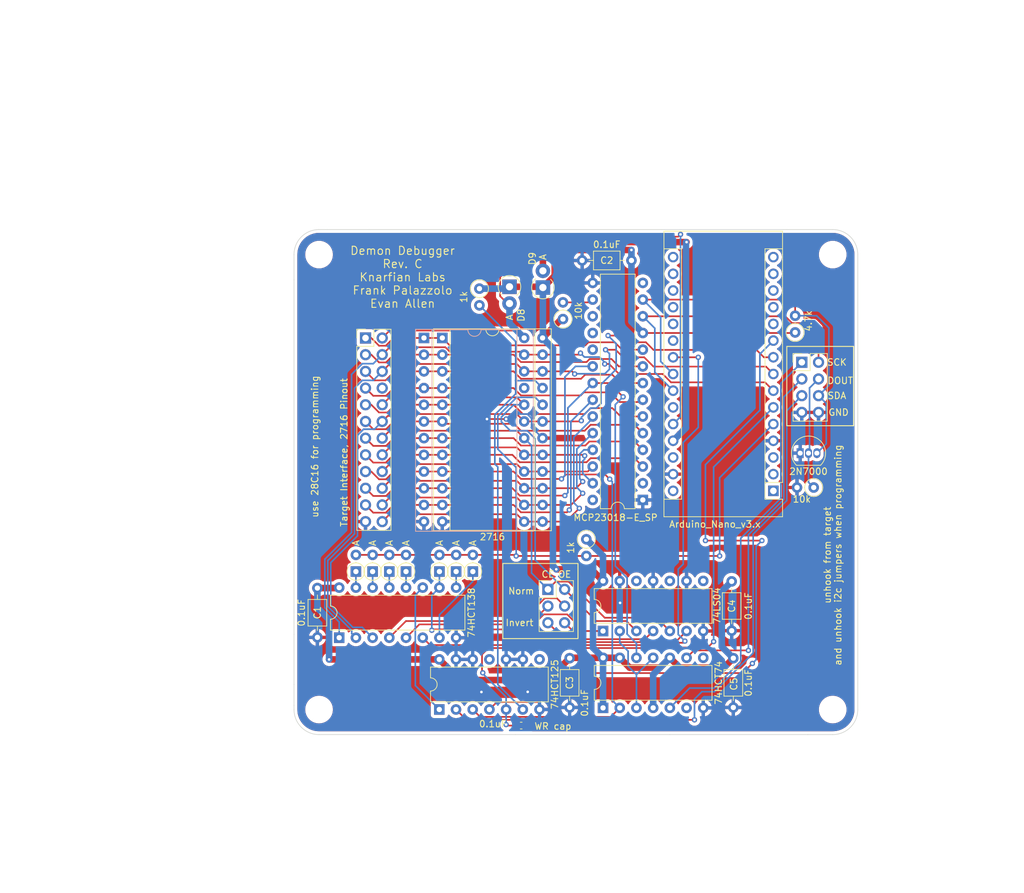
<source format=kicad_pcb>
(kicad_pcb (version 20211014) (generator pcbnew)
  (layers (0 "F.Cu" signal) (31 "B.Cu" signal) (34 "B.Paste" user) (35 "F.Paste" user) (36 "B.SilkS" user "B.Silkscreen") (37 "F.SilkS" user "F.Silkscreen") (38 "B.Mask" user) (39 "F.Mask" user) (44 "Edge.Cuts" user))
  (net 0 "")
  (net 1 "GND")
  (net 2 "/SDA")
  (net 3 "+5V")
  (net 4 "/A8")
  (net 5 "/D2")
  (net 6 "/A9")
  (net 7 "/D1")
  (net 8 "/D0")
  (net 10 "/A0")
  (net 11 "/A10")
  (net 12 "/A1")
  (net 13 "/A2")
  (net 14 "/D7")
  (net 15 "/A3")
  (net 16 "/D6")
  (net 17 "/A4")
  (net 18 "/D5")
  (net 19 "/A5")
  (net 20 "/D4")
  (net 21 "/A6")
  (net 22 "/D3")
  (net 23 "/A7")
  (net 24 "Net-(U2-Pad11)")
  (net 30 "/SCL")
  (net 32 "Net-(J2-Pad5)")
  (net 33 "/DOUT")
  (net 34 "Net-(J2-Pad3)")
  (net 35 "Net-(J2-Pad1)")
  (net 36 "+5VA")
  (net 38 "+5VD")
  (net 39 "Net-(R3-Pad2)")
  (net 41 "/138 enable")
  (net 42 "/program WR")
  (net 43 "/no RC")
  (net 44 "/program OE")
  (net 45 "/bypass")
  (net 46 "/no bypass")
  (net 52 "Net-(D1-Pad1)")
  (net 53 "Net-(D2-Pad1)")
  (net 54 "Net-(D3-Pad1)")
  (net 55 "Net-(D4-Pad1)")
  (net 56 "Net-(D5-Pad1)")
  (net 57 "Net-(D6-Pad1)")
  (net 58 "Net-(D7-Pad1)")
  (net 60 "/Target OE")
  (net 61 "/Target CE")
  (net 62 "Net-(J3-Pad3)")
  (net 63 "Net-(J3-Pad4)")
  (net 64 "Net-(J3-Pad5)")
  (net 65 "Net-(J3-Pad6)")
  (net 68 "/WR enable")
  (net 69 "Net-(U3-Pad1)")
  (net 71 "Net-(R5-Pad2)")
  (footprint "Package_DIP:DIP-24_W15.24mm_Socket" (layer "F.Cu") (at 120.343789 108.566511)
    (fp_text reference "U1" hide)
    (fp_text value "2716")
  )
  (footprint "Package_DIP:DIP-14_W7.62mm" (layer "F.Cu") (at 144.78 164.846 90)
    (fp_text reference "U2" hide)
    (fp_text value "74HCT74")
  )
  (footprint "Package_DIP:DIP-24_W15.24mm_Socket" (layer "F.Cu") (at 117.549789 108.566511)
    (fp_text reference "J1" hide)
    (fp_text value "Target Interface, 2716 Pinout" hide)
  )
  (footprint "Capacitor_THT:C_Axial_L3.8mm_D2.6mm_P7.50mm_Horizontal" (layer "F.Cu") (at 101.346 146.618 -90)
    (fp_text reference "C1")
    (fp_text value "0.1uF")
  )
  (footprint "Capacitor_THT:C_Axial_L3.8mm_D2.6mm_P7.50mm_Horizontal" (layer "F.Cu") (at 149.098 96.774 180)
    (fp_text reference "C2")
    (fp_text value "0.1uF")
  )
  (footprint "Package_DIP:DIP-16_W7.62mm" (layer "F.Cu") (at 104.663 154.168 90)
    (fp_text reference "U4" hide)
    (fp_text value "74HCT138")
  )
  (footprint "Package_DIP:DIP-14_W7.62mm" (layer "F.Cu") (at 119.883 165.09 90)
    (fp_text reference "U3" hide)
    (fp_text value "74HCT125")
  )
  (footprint "Capacitor_THT:C_Axial_L3.8mm_D2.6mm_P7.50mm_Horizontal" (layer "F.Cu") (at 139.7 157.286 -90)
    (fp_text reference "C3")
    (fp_text value "0.1uF")
  )
  (footprint "Package_TO_SOT_THT:TO-92_Inline" (layer "F.Cu") (at 174.752 126.09)
    (fp_text reference "Q1" hide)
    (fp_text value "2N7000")
  )
  (footprint "Module:Arduino_Nano" (layer "F.Cu") (at 170.678 131.826 180)
    (fp_text reference "A1" hide)
    (fp_text value "Arduino_Nano_v3.x")
  )
  (footprint "Connector_PinHeader_2.54mm:PinHeader_2x04_P2.54mm_Vertical" (layer "F.Cu") (at 175.006 112.268)
    (fp_text reference "J2" hide)
    (fp_text value "Jumper Block")
  )
  (footprint "Diode_THT:D_DO-35_SOD27_P2.54mm_Vertical_AnodeUp" (layer "F.Cu") (at 124.983 144.106314 90)
    (fp_text reference "D7" hide)
    (fp_text value "1N4148")
  )
  (footprint "Resistor_THT:R_Axial_DIN0207_L6.3mm_D2.5mm_P2.54mm_Vertical" (layer "F.Cu") (at 173.99 107.725 90)
    (fp_text reference "R1" hide)
    (fp_text value "4.7k")
  )
  (footprint "MountingHole:MountingHole_3.2mm_M3" (layer "F.Cu") (at 101.6 95.885)
    (fp_text reference "REF**" hide)
    (fp_text value "MountingHole_3.2mm_M3")
  )
  (footprint "Diode_THT:D_DO-35_SOD27_P2.54mm_Vertical_AnodeUp" (layer "F.Cu") (at 112.283 144.106314 90)
    (fp_text reference "D3" hide)
    (fp_text value "1N4148")
  )
  (footprint "Connector_PinHeader_2.54mm:PinHeader_2x03_P2.54mm_Vertical" (layer "F.Cu") (at 136.398 146.812)
    (fp_text reference "J3" hide)
    (fp_text value "Jumper Block")
  )
  (footprint "Capacitor_THT:C_Axial_L3.8mm_D2.6mm_P7.50mm_Horizontal" (layer "F.Cu") (at 164.592 157.286 -90)
    (fp_text reference "C5")
    (fp_text value "0.1uF")
  )
  (footprint "Resistor_THT:R_Axial_DIN0207_L6.3mm_D2.5mm_P2.54mm_Vertical" (layer "F.Cu") (at 125.984 101.063 -90)
    (fp_text reference "R3" hide)
    (fp_text value "1k")
  )
  (footprint "MountingHole:MountingHole_3.2mm_M3" (layer "F.Cu") (at 179.705 95.885)
    (fp_text reference "REF**" hide)
    (fp_text value "MountingHole_3.2mm_M3")
  )
  (footprint "Package_DIP:DIP-28_W7.62mm" (layer "F.Cu") (at 150.828789 133.209511 180)
    (fp_text reference "U6" hide)
    (fp_text value "MCP23018-E_SP")
  )
  (footprint "Resistor_THT:R_Axial_DIN0207_L6.3mm_D2.5mm_P2.54mm_Vertical" (layer "F.Cu") (at 176.813 131.318 180)
    (fp_text reference "R4" hide)
    (fp_text value "10k")
  )
  (footprint "Diode_THT:D_DO-35_SOD27_P2.54mm_Vertical_AnodeUp" (layer "F.Cu") (at 109.743 144.106314 90)
    (fp_text reference "D2" hide)
    (fp_text value "1N4148")
  )
  (footprint "Capacitor_SMD:C_0603_1608Metric" (layer "F.Cu") (at 132.334 167.5384)
    (fp_text reference "C6" hide)
    (fp_text value "0.1uF")
  )
  (footprint "Resistor_THT:R_Axial_DIN0207_L6.3mm_D2.5mm_P2.54mm_Vertical" (layer "F.Cu") (at 138.684 105.693 90)
    (fp_text reference "R5" hide)
    (fp_text value "10k")
  )
  (footprint "Connector_PinHeader_2.54mm:PinHeader_2x12_P2.54mm_Vertical" (layer "F.Cu") (at 108.664789 108.571511)
    (fp_text reference "J4" hide)
    (fp_text value "Target Interface, 2716 Pinout")
  )
  (footprint "Diode_THT:D_DO-41_SOD81_P2.54mm_Vertical_AnodeUp" (layer "F.Cu") (at 135.636 100.893766 90)
    (fp_text reference "D9")
    (fp_text value "1N4004")
  )
  (footprint "Diode_THT:D_DO-35_SOD27_P2.54mm_Vertical_AnodeUp" (layer "F.Cu") (at 107.203 144.106314 90)
    (fp_text reference "D1" hide)
    (fp_text value "1N4148")
  )
  (footprint "MountingHole:MountingHole_3.2mm_M3" (layer "F.Cu") (at 101.6 165.1)
    (fp_text reference "REF**" hide)
    (fp_text value "MountingHole_3.2mm_M3")
  )
  (footprint "Resistor_THT:R_Axial_DIN0207_L6.3mm_D2.5mm_P2.54mm_Vertical" (layer "F.Cu") (at 142.24 139.192 -90)
    (fp_text reference "R2" hide)
    (fp_text value "1k")
  )
  (footprint "MountingHole:MountingHole_3.2mm_M3" (layer "F.Cu") (at 179.705 165.1)
    (fp_text reference "REF**" hide)
    (fp_text value "MountingHole_3.2mm_M3")
  )
  (footprint "Package_DIP:DIP-14_W7.62mm" (layer "F.Cu") (at 144.775 153.152 90)
    (fp_text reference "U5" hide)
    (fp_text value "74LS04")
  )
  (footprint "Diode_THT:D_DO-35_SOD27_P2.54mm_Vertical_AnodeUp" (layer "F.Cu") (at 122.443 144.106314 90)
    (fp_text reference "D6" hide)
    (fp_text value "1N4148")
  )
  (footprint "Capacitor_THT:C_Axial_L3.8mm_D2.6mm_P7.50mm_Horizontal" (layer "F.Cu") (at 164.338 145.602 -90)
    (fp_text reference "C4")
    (fp_text value "0.1uF")
  )
  (footprint "Diode_THT:D_DO-41_SOD81_P2.54mm_Vertical_AnodeUp" (layer "F.Cu") (at 130.556 100.782234 -90)
    (fp_text reference "D8")
    (fp_text value "1N4004")
  )
  (footprint "Diode_THT:D_DO-35_SOD27_P2.54mm_Vertical_AnodeUp" (layer "F.Cu") (at 114.823 144.106314 90)
    (fp_text reference "D4" hide)
    (fp_text value "1N4148")
  )
  (footprint "Diode_THT:D_DO-35_SOD27_P2.54mm_Vertical_AnodeUp" (layer "F.Cu") (at 119.903 144.106314 90)
    (fp_text reference "D5" hide)
    (fp_text value "1N4148")
  )
  (gr_rect (start 140.97 142.875) (end 129.54 154.305) (layer "F.SilkS") (width 0.15) (fill none))
  (gr_rect (start 172.72 109.855) (end 182.88 121.92) (layer "F.SilkS") (width 0.15) (fill none))
  (gr_line (start 101.6 168.91) (end 131.445 168.91) (layer "Edge.Cuts") (width 0.1))
  (gr_line (start 97.79 95.885) (end 97.79 99.695) (layer "Edge.Cuts") (width 0.1))
  (gr_line (start 154.94 168.91) (end 175.895 168.91) (layer "Edge.Cuts") (width 0.1))
  (gr_line (start 97.79 165.1) (end 97.79 164.465) (layer "Edge.Cuts") (width 0.1))
  (gr_arc (start 101.6 168.91) (mid 98.905923 167.794077) (end 97.79 165.1) (layer "Edge.Cuts") (width 0.1))
  (gr_line (start 172.72 92.075) (end 135.89 92.075) (layer "Edge.Cuts") (width 0.1))
  (gr_line (start 183.515 114.3) (end 183.515 128.27) (layer "Edge.Cuts") (width 0.1))
  (gr_arc (start 183.515 165.1) (mid 182.399077 167.794077) (end 179.705 168.91) (layer "Edge.Cuts") (width 0.1))
  (gr_line (start 97.79 161.29) (end 97.79 164.465) (layer "Edge.Cuts") (width 0.1))
  (gr_line (start 101.6 92.075) (end 102.87 92.075) (layer "Edge.Cuts") (width 0.1))
  (gr_line (start 135.89 92.075) (end 109.22 92.075) (layer "Edge.Cuts") (width 0.1))
  (gr_line (start 179.705 92.075) (end 172.72 92.075) (layer "Edge.Cuts") (width 0.1))
  (gr_line (start 97.79 153.67) (end 97.79 161.29) (layer "Edge.Cuts") (width 0.1))
  (gr_line (start 131.445 168.91) (end 154.94 168.91) (layer "Edge.Cuts") (width 0.1))
  (gr_line (start 109.22 92.075) (end 102.87 92.075) (layer "Edge.Cuts") (width 0.1))
  (gr_line (start 183.515 95.885) (end 183.515 114.3) (layer "Edge.Cuts") (width 0.1))
  (gr_arc (start 97.79 95.885) (mid 98.905923 93.190923) (end 101.6 92.075) (layer "Edge.Cuts") (width 0.1))
  (gr_arc (start 179.705 92.075) (mid 182.399077 93.190923) (end 183.515 95.885) (layer "Edge.Cuts") (width 0.1))
  (gr_line (start 97.79 153.67) (end 97.79 99.695) (layer "Edge.Cuts") (width 0.1))
  (gr_line (start 183.515 165.1) (end 183.515 128.27) (layer "Edge.Cuts") (width 0.1))
  (gr_line (start 175.895 168.91) (end 179.705 168.91) (layer "Edge.Cuts") (width 0.1))
  (gr_text "SCK" (at 180.34 112.268) (layer "F.SilkS") (effects (font (size 1 1))))
  (gr_text "DOUT" (at 180.848 115.062) (layer "F.SilkS") (effects (font (size 1 1))))
  (gr_text "GND" (at 180.594 119.888) (layer "F.SilkS") (effects (font (size 1 1))))
  (gr_text "Demon Debugger\nRev. C\nKnarfian Labs\nFrank Palazzolo\nEvan Allen" (at 114.3 99.314) (layer "F.SilkS") (effects (font (size 1.25 1.25))))
  (gr_text "SDA" (at 180.34 117.348) (layer "F.SilkS") (effects (font (size 1 1))))
  (gr_text "WR cap" (at 137.16 167.64) (layer "F.SilkS") (effects (font (size 1 1))))
  (gr_text "CE" (at 136.398 144.526) (layer "F.SilkS") (effects (font (size 1 1))))
  (gr_text "Invert" (at 132.08 151.892) (layer "F.SilkS") (effects (font (size 1 1))))
  (gr_text "unhook from target\nand unhook i2c jumpers when programming" (at 179.705 141.605 90) (layer "F.SilkS") (effects (font (size 1 1))))
  (gr_text "OE" (at 138.938 144.526) (layer "F.SilkS") (effects (font (size 1 1))))
  (gr_text "use 28C16 for programming" (at 100.965 125.095 90) (layer "F.SilkS") (effects (font (size 1 1))))
  (gr_text "Norm" (at 132.334 147.066) (layer "F.SilkS") (effects (font (size 1 1))))
  (segment (start 130.048 120.904) (end 127.127 120.904) (width 0.25) (layer "F.Cu") (net 1))
  (via (at 126.2888 162.433) (size 0.8) (drill 0.4) (layers "F.Cu" "B.Cu") (net 1))
  (via (at 147.3708 148.8694) (size 0.8) (drill 0.4) (layers "F.Cu" "B.Cu") (net 1))
  (via (at 130.048 120.904) (size 0.8) (drill 0.4) (layers "F.Cu" "B.Cu") (net 1))
  (via (at 133.3246 162.4076) (size 0.8) (drill 0.4) (layers "F.Cu" "B.Cu") (net 1))
  (via (at 127.127 120.904) (size 0.8) (drill 0.4) (layers "F.Cu" "B.Cu") (net 1))
  (segment (start 133.255578 120.142) (end 130.81 120.142) (width 0.25) (layer "B.Cu") (net 1))
  (segment (start 133.9143 122.137022) (end 133.9143 120.800722) (width 0.25) (layer "B.Cu") (net 1))
  (segment (start 135.583789 123.806511) (end 133.9143 122.137022) (width 0.25) (layer "B.Cu") (net 1))
  (segment (start 130.81 120.142) (end 130.048 120.904) (width 0.25) (layer "B.Cu") (net 1))
  (segment (start 133.9143 120.800722) (end 133.255578 120.142) (width 0.25) (layer "B.Cu") (net 1))
  (segment (start 172.858911 102.729511) (end 173.99 103.8606) (width 0.25) (layer "F.Cu") (net 2))
  (segment (start 173.99 103.8606) (end 173.99 105.185) (width 0.25) (layer "F.Cu") (net 2))
  (segment (start 150.828789 102.729511) (end 172.858911 102.729511) (width 0.25) (layer "F.Cu") (net 2))
  (segment (start 154.5413 113.1393) (end 153.543 112.141) (width 0.25) (layer "B.Cu") (net 2))
  (segment (start 154.5413 113.1493) (end 154.5413 113.1393) (width 0.25) (layer "B.Cu") (net 2))
  (segment (start 178.720511 118.522511) (end 177.546 117.348) (width 0.25) (layer "B.Cu") (net 2))
  (segment (start 179.1208 107.0428) (end 179.1208 115.7732) (width 0.25) (layer "B.Cu") (net 2))
  (segment (start 154.5413 113.1493) (end 155.438 114.046) (width 0.25) (layer "B.Cu") (net 2))
  (segment (start 153.543 105.443722) (end 153.543 112.141) (width 0.25) (layer "B.Cu") (net 2))
  (segment (start 150.828789 102.729511) (end 153.543 105.443722) (width 0.25) (layer "B.Cu") (net 2))
  (segment (start 179.1208 115.7732) (end 177.546 117.348) (width 0.25) (layer "B.Cu") (net 2))
  (segment (start 178.720511 124.661489) (end 178.720511 118.522511) (width 0.25) (layer "B.Cu") (net 2))
  (segment (start 177.292 126.09) (end 178.720511 124.661489) (width 0.25) (layer "B.Cu") (net 2))
  (segment (start 177.263 105.185) (end 179.1208 107.0428) (width 0.25) (layer "B.Cu") (net 2))
  (segment (start 173.99 105.185) (end 177.263 105.185) (width 0.25) (layer "B.Cu") (net 2))
  (segment (start 173.905489 107.809511) (end 173.99 107.725) (width 0.25) (layer "F.Cu") (net 3))
  (segment (start 147.32 157.226) (end 148.819511 158.725511) (width 1) (layer "F.Cu") (net 3))
  (segment (start 135.640894 100.893766) (end 137.435511 99.099149) (width 1) (layer "F.Cu") (net 3))
  (segment (start 143.007 143.764) (end 144.775 145.532) (width 1) (layer "F.Cu") (net 3))
  (segment (start 103.134 157.47) (end 119.883 157.47) (width 1) (layer "F.Cu") (net 3))
  (segment (start 103.124 157.48) (end 103.134 157.47) (width 1) (layer "F.Cu") (net 3))
  (segment (start 156.439511 158.725511) (end 163.152489 158.725511) (width 1) (layer "F.Cu") (net 3))
  (segment (start 144.78 157.226) (end 147.32 157.226) (width 1) (layer "F.Cu") (net 3))
  (segment (start 130.556 100.782234) (end 135.524468 100.782234) (width 1) (layer "F.Cu") (net 3))
  (segment (start 136.374489 160.611511) (end 135.806489 160.611511) (width 1) (layer "F.Cu") (net 3))
  (segment (start 139.7 157.286) (end 136.374489 160.611511) (width 1) (layer "F.Cu") (net 3))
  (segment (start 135.806489 160.611511) (end 123.024511 160.611511) (width 1) (layer "F.Cu") (net 3))
  (segment (start 154.94 157.226) (end 156.439511 158.725511) (width 1) (layer "F.Cu") (net 3))
  (segment (start 144.78 157.226) (end 139.76 157.226) (width 1) (layer "F.Cu") (net 3))
  (segment (start 135.524468 100.782234) (end 135.636 100.893766) (width 1) (layer "F.Cu") (net 3))
  (segment (start 138.684 105.693) (end 138.4573 105.693) (width 1) (layer "F.Cu") (net 3))
  (segment (start 138.4573 105.693) (end 135.583789 108.566511) (width 1) (layer "F.Cu") (net 3))
  (segment (start 135.636 100.893766) (end 135.640894 100.893766) (width 1) (layer "F.Cu") (net 3))
  (segment (start 123.024511 160.611511) (end 119.883 157.47) (width 1) (layer "F.Cu") (net 3))
  (segment (start 148.819511 158.725511) (end 153.440489 158.725511) (width 1) (layer "F.Cu") (net 3))
  (segment (start 163.152489 158.725511) (end 164.592 157.286) (width 1) (layer "F.Cu") (net 3))
  (segment (start 137.435511 99.099149) (end 137.435511 96.541511) (width 1) (layer "F.Cu") (net 3))
  (segment (start 139.76 157.226) (end 139.7 157.286) (width 1) (layer "F.Cu") (net 3))
  (segment (start 150.828789 107.809511) (end 173.905489 107.809511) (width 0.25) (layer "F.Cu") (net 3))
  (segment (start 137.668 143.764) (end 143.007 143.764) (width 1) (layer "F.Cu") (net 3))
  (segment (start 104.593 146.618) (end 104.663 146.548) (width 1) (layer "F.Cu") (net 3))
  (segment (start 101.346 146.618) (end 104.593 146.618) (width 1) (layer "F.Cu") (net 3))
  (segment (start 138.797502 95.17952) (end 149.098 95.17952) (width 1) (layer "F.Cu") (net 3))
  (segment (start 153.440489 158.725511) (end 154.94 157.226) (width 1) (layer "F.Cu") (net 3))
  (segment (start 137.435511 96.541511) (end 138.797502 95.17952) (width 1) (layer "F.Cu") (net 3))
  (via (at 103.124 157.48) (size 0.8) (drill 0.4) (layers "F.Cu" "B.Cu") (net 3))
  (via (at 149.098 95.17952) (size 0.8) (drill 0.4) (layers "F.Cu" "B.Cu") (net 3))
  (via (at 137.668 143.764) (size 0.8) (drill 0.4) (layers "F.Cu" "B.Cu") (net 3))
  (segment (start 135.583789 108.566511) (end 137.16 110.142722) (width 1) (layer "B.Cu") (net 3))
  (segment (start 137.16 143.256) (end 137.668 143.764) (width 1) (layer "B.Cu") (net 3))
  (segment (start 149.098 95.17952) (end 149.098 106.078722) (width 1) (layer "B.Cu") (net 3))
  (segment (start 135.636 108.5143) (end 135.583789 108.566511) (width 1) (layer "B.Cu") (net 3))
  (segment (start 164.592 157.286) (end 162.838489 155.532489) (width 1) (layer "B.Cu") (net 3))
  (segment (start 162.838489 155.532489) (end 162.838489 147.101511) (width 1) (layer "B.Cu") (net 3))
  (segment (start 149.098 106.078722) (end 150.828789 107.809511) (width 1) (layer "B.Cu") (net 3))
  (segment (start 130.275234 101.063) (end 130.556 100.782234) (width 1) (layer "B.Cu") (net 3))
  (segment (start 154.94 157.226) (end 152.4 159.766) (width 1) (layer "B.Cu") (net 3))
  (segment (start 152.4 159.766) (end 152.4 164.846) (width 1) (layer "B.Cu") (net 3))
  (segment (start 137.16 110.142722) (end 137.16 143.256) (width 1) (layer "B.Cu") (net 3))
  (segment (start 125.984 101.063) (end 130.275234 101.063) (width 1) (layer "B.Cu") (net 3))
  (segment (start 162.838489 147.101511) (end 164.338 145.602) (width 1) (layer "B.Cu") (net 3))
  (segment (start 101.346 146.618) (end 101.346 149.637419) (width 1) (layer "B.Cu") (net 3))
  (segment (start 144.775 145.532) (end 143.256 147.051) (width 1) (layer "B.Cu") (net 3))
  (segment (start 142.24 139.192) (end 144.775 141.727) (width 1) (layer "B.Cu") (net 3))
  (segment (start 103.124 151.415419) (end 103.124 157.48) (width 1) (layer "B.Cu") (net 3))
  (segment (start 144.78 157.226) (end 144.78 164.846) (width 1) (layer "B.Cu") (net 3))
  (segment (start 143.256 155.702) (end 144.78 157.226) (width 1) (layer "B.Cu") (net 3))
  (segment (start 135.636 100.893766) (end 135.636 108.5143) (width 1) (layer "B.Cu") (net 3))
  (segment (start 101.346 149.637419) (end 103.124 151.415419) (width 1) (layer "B.Cu") (net 3))
  (segment (start 144.775 141.727) (end 144.775 145.532) (width 1) (layer "B.Cu") (net 3))
  (segment (start 143.256 147.051) (end 143.256 155.702) (width 1) (layer "B.Cu") (net 3))
  (segment (start 132.789789 111.106511) (end 135.583789 111.106511) (width 0.25) (layer "F.Cu") (net 4))
  (segment (start 145.034 112.522) (end 145.6944 112.522) (width 0.25) (layer "F.Cu") (net 4))
  (segment (start 145.6944 112.522) (end 147.2184 114.046) (width 0.25) (layer "F.Cu") (net 4))
  (segment (start 121.484569 110.656991) (end 132.340269 110.656991) (width 0.25) (layer "F.Cu") (net 4))
  (segment (start 147.2184 114.046) (end 153.8477 114.046) (width 0.25) (layer "F.Cu") (net 4))
  (segment (start 153.8477 114.046) (end 155.1177 115.316) (width 0.25) (layer "F.Cu") (net 4))
  (segment (start 155.1177 115.316) (end 169.408 115.316) (width 0.25) (layer "F.Cu") (net 4))
  (segment (start 132.340269 110.656991) (end 132.789789 111.106511) (width 0.25) (layer "F.Cu") (net 4))
  (segment (start 112.3343 109.982) (end 120.809578 109.982) (width 0.25) (layer "F.Cu") (net 4))
  (segment (start 169.408 115.316) (end 170.678 116.586) (width 0.25) (layer "F.Cu") (net 4))
  (segment (start 111.204789 111.111511) (end 112.3343 109.982) (width 0.25) (layer "F.Cu") (net 4))
  (segment (start 141.115489 111.106511) (end 135.583789 111.106511) (width 0.25) (layer "F.Cu") (net 4))
  (segment (start 120.809578 109.982) (end 121.484569 110.656991) (width 0.25) (layer "F.Cu") (net 4))
  (segment (start 141.351 110.871) (end 141.115489 111.106511) (width 0.25) (layer "F.Cu") (net 4))
  (via (at 145.034 112.522) (size 0.8) (drill 0.4) (layers "F.Cu" "B.Cu") (net 4))
  (via (at 141.351 110.871) (size 0.8) (drill 0.4) (layers "F.Cu" "B.Cu") (net 4))
  (segment (start 106.54296 138.155921) (end 106.54296 114.11233) (width 0.25) (layer "B.Cu") (net 4))
  (segment (start 104.663 151.788374) (end 102.47896 149.604332) (width 0.25) (layer "B.Cu") (net 4))
  (segment (start 141.954022 111.474022) (end 144.240022 111.474022) (width 0.25) (layer "B.Cu") (net 4))
  (segment (start 144.240022 111.474022) (end 145.034 112.268) (width 0.25) (layer "B.Cu") (net 4))
  (segment (start 109.8393 112.477) (end 111.204789 111.111511) (width 0.25) (layer "B.Cu") (net 4))
  (segment (start 145.034 112.268) (end 145.034 112.522) (width 0.25) (layer "B.Cu") (net 4))
  (segment (start 104.663 154.168) (end 104.663 151.788374) (width 0.25) (layer "B.Cu") (net 4))
  (segment (start 102.47896 149.604332) (end 102.47896 142.219921) (width 0.25) (layer "B.Cu") (net 4))
  (segment (start 141.954022 111.474022) (end 141.351 110.871) (width 0.25) (layer "B.Cu") (net 4))
  (segment (start 108.17829 112.477) (end 109.8393 112.477) (width 0.25) (layer "B.Cu") (net 4))
  (segment (start 106.54296 114.11233) (end 108.17829 112.477) (width 0.25) (layer "B.Cu") (net 4))
  (segment (start 102.47896 142.219921) (end 106.54296 138.155921) (width 0.25) (layer "B.Cu") (net 4))
  (segment (start 132.297022 135.091022) (end 139.295278 135.091022) (width 0.25) (layer "F.Cu") (net 5))
  (segment (start 139.295278 135.091022) (end 139.652789 134.733511) (width 0.25) (layer "F.Cu") (net 5))
  (segment (start 120.343789 133.966511) (end 131.172511 133.966511) (width 0.25) (layer "F.Cu") (net 5))
  (segment (start 108.664789 133.971511) (end 109.8393 135.146022) (width 0.25) (layer "F.Cu") (net 5))
  (segment (start 117.549789 133.966511) (end 120.343789 133.966511) (width 0.25) (layer "F.Cu") (net 5))
  (segment (start 131.172511 133.966511) (end 132.297022 135.091022) (width 0.25) (layer "F.Cu") (net 5))
  (segment (start 117.549789 133.966511) (end 112.921489 133.966511) (width 0.25) (layer "F.Cu") (net 5))
  (segment (start 109.8393 135.146022) (end 111.741978 135.146022) (width 0.25) (layer "F.Cu") (net 5))
  (segment (start 112.921489 133.966511) (end 111.741978 135.146022) (width 0.25) (layer "F.Cu") (net 5))
  (via (at 139.652789 134.733511) (size 0.8) (drill 0.4) (layers "F.Cu" "B.Cu") (net 5))
  (segment (start 139.886709 134.499591) (end 139.886709 121.291591) (width 0.25) (layer "B.Cu") (net 5))
  (segment (start 139.886709 121.291591) (end 143.208789 117.969511) (width 0.25) (layer "B.Cu") (net 5))
  (segment (start 139.652789 134.733511) (end 139.886709 134.499591) (width 0.25) (layer "B.Cu") (net 5))
  (segment (start 132.789789 113.646511) (end 131.665278 112.522) (width 0.25) (layer "F.Cu") (net 6))
  (segment (start 145.161 110.363) (end 146.693614 110.363) (width 0.25) (layer "F.Cu") (net 6))
  (segment (start 147.836614 111.506) (end 151.035578 111.506) (width 0.25) (layer "F.Cu") (net 6))
  (segment (start 146.693614 110.363) (end 147.836614 111.506) (width 0.25) (layer "F.Cu") (net 6))
  (segment (start 140.462 114.046) (end 140.062511 113.646511) (width 0.25) (layer "F.Cu") (net 6))
  (segment (start 151.035578 111.506) (end 152.451067 112.921489) (width 0.25) (layer "F.Cu") (net 6))
  (segment (start 112.3343 112.522) (end 111.204789 113.651511) (width 0.25) (layer "F.Cu") (net 6))
  (segment (start 131.665278 112.522) (end 112.3343 112.522) (width 0.25) (layer "F.Cu") (net 6))
  (segment (start 132.789789 113.646511) (end 135.583789 113.646511) (width 0.25) (layer "F.Cu") (net 6))
  (segment (start 169.553489 112.921489) (end 170.678 114.046) (width 0.25) (layer "F.Cu") (net 6))
  (segment (start 140.062511 113.646511) (end 135.583789 113.646511) (width 0.25) (layer "F.Cu") (net 6))
  (segment (start 152.451067 112.921489) (end 169.553489 112.921489) (width 0.25) (layer "F.Cu") (net 6))
  (via (at 140.462 114.046) (size 0.8) (drill 0.4) (layers "F.Cu" "B.Cu") (net 6))
  (via (at 145.161 110.363) (size 0.8) (drill 0.4) (layers "F.Cu" "B.Cu") (net 6))
  (segment (start 107.203 154.168) (end 106.5655 153.5305) (width 0.25) (layer "B.Cu") (net 6))
  (segment (start 140.684022 114.014022) (end 140.652044 114.046) (width 0.25) (layer "B.Cu") (net 6))
  (segment (start 102.92848 142.406118) (end 102.957882 142.406118) (width 0.25) (layer "B.Cu") (net 6))
  (segment (start 145.065978 114.014022) (end 140.684022 114.014022) (width 0.25) (layer "B.Cu") (net 6))
  (segment (start 109.8393 115.017) (end 111.204789 113.651511) (width 0.25) (layer "B.Cu") (net 6))
  (segment (start 106.99248 116.20281) (end 108.17829 115.017) (width 0.25) (layer "B.Cu") (net 6))
  (segment (start 145.161 110.363) (end 145.758511 110.960511) (width 0.25) (layer "B.Cu") (net 6))
  (segment (start 140.652044 114.046) (end 140.462 114.046) (width 0.25) (layer "B.Cu") (net 6))
  (segment (start 145.758511 110.960511) (end 145.758511 113.321489) (width 0.25) (layer "B.Cu") (net 6))
  (segment (start 108.17829 115.017) (end 109.8393 115.017) (width 0.25) (layer "B.Cu") (net 6))
  (segment (start 102.957882 142.406118) (end 106.99248 138.37152) (width 0.25) (layer "B.Cu") (net 6))
  (segment (start 102.92848 149.418135) (end 102.92848 142.406118) (width 0.25) (layer "B.Cu") (net 6))
  (segment (start 106.99248 138.37152) (end 106.99248 116.20281) (width 0.25) (layer "B.Cu") (net 6))
  (segment (start 145.758511 113.321489) (end 145.065978 114.014022) (width 0.25) (layer "B.Cu") (net 6))
  (segment (start 106.5655 153.5305) (end 106.5655 153.055156) (width 0.25) (layer "B.Cu") (net 6))
  (segment (start 106.5655 153.055156) (end 102.92848 149.418135) (width 0.25) (layer "B.Cu") (net 6))
  (segment (start 130.992467 131.426511) (end 120.343789 131.426511) (width 0.25) (layer "F.Cu") (net 7))
  (segment (start 112.957533 131.426511) (end 111.778022 132.606022) (width 0.25) (layer "F.Cu") (net 7))
  (segment (start 109.8393 132.606022) (end 111.778022 132.606022) (width 0.25) (layer "F.Cu") (net 7))
  (segment (start 145.73752 115.429511) (end 147.828 117.519991) (width 0.25) (layer "F.Cu") (net 7))
  (segment (start 138.974978 132.551022) (end 132.116978 132.551022) (width 0.25) (layer "F.Cu") (net 7))
  (segment (start 117.549789 131.426511) (end 112.957533 131.426511) (width 0.25) (layer "F.Cu") (net 7))
  (segment (start 143.208789 115.429511) (end 145.73752 115.429511) (width 0.25) (layer "F.Cu") (net 7))
  (segment (start 132.116978 132.551022) (end 130.992467 131.426511) (width 0.25) (layer "F.Cu") (net 7))
  (segment (start 117.549789 131.426511) (end 120.343789 131.426511) (width 0.25) (layer "F.Cu") (net 7))
  (segment (start 108.664789 131.431511) (end 109.8393 132.606022) (width 0.25) (layer "F.Cu") (net 7))
  (via (at 147.828 117.519991) (size 0.8) (drill 0.4) (layers "F.Cu" "B.Cu") (net 7))
  (via (at 138.974978 132.551022) (size 0.8) (drill 0.4) (layers "F.Cu" "B.Cu") (net 7))
  (segment (start 139.437189 132.088811) (end 139.437189 119.201111) (width 0.25) (layer "B.Cu") (net 7))
  (segment (start 149.86 157.226) (end 149.86 155.038278) (width 0.25) (layer "B.Cu") (net 7))
  (segment (start 148.439511 153.617789) (end 148.439511 145.066211) (width 0.25) (layer "B.Cu") (net 7))
  (segment (start 146.640009 143.266709) (end 146.640009 122.002009) (width 0.25) (layer "B.Cu") (net 7))
  (segment (start 148.439511 145.066211) (end 146.640009 143.266709) (width 0.25) (layer "B.Cu") (net 7))
  (segment (start 138.974978 132.551022) (end 139.437189 132.088811) (width 0.25) (layer "B.Cu") (net 7))
  (segment (start 147.828 117.519991) (end 146.640009 118.707982) (width 0.25) (layer "B.Cu") (net 7))
  (segment (start 139.437189 119.201111) (end 143.208789 115.429511) (width 0.25) (layer "B.Cu") (net 7))
  (segment (start 149.86 155.038278) (end 148.439511 153.617789) (width 0.25) (layer "B.Cu") (net 7))
  (segment (start 146.640009 118.707982) (end 146.640009 122.002009) (width 0.25) (layer "B.Cu") (net 7))
  (segment (start 108.664789 128.891511) (end 109.543779 128.891511) (width 0.25) (layer "F.Cu") (net 8))
  (segment (start 132.297022 130.011022) (end 131.172511 128.886511) (width 0.25) (layer "F.Cu") (net 8))
  (segment (start 109.543779 128.891511) (end 110.71829 130.066022) (width 0.25) (layer "F.Cu") (net 8))
  (segment (start 138.466978 130.011022) (end 132.297022 130.011022) (width 0.25) (layer "F.Cu") (net 8))
  (segment (start 126.087511 166.214511) (end 145.951489 166.214511) (width 0.25) (layer "F.Cu") (net 8))
  (segment (start 124.963 165.09) (end 126.087511 166.214511) (width 0.25) (layer "F.Cu") (net 8))
  (segment (start 145.951489 166.214511) (end 147.32 164.846) (width 0.25) (layer "F.Cu") (net 8))
  (segment (start 138.466978 130.011022) (end 139.141969 129.336031) (width 0.25) (layer "F.Cu") (net 8))
  (segment (start 112.957533 128.886511) (end 111.778022 130.066022) (width 0.25) (layer "F.Cu") (net 8))
  (segment (start 139.141969 129.336031) (end 145.084031 129.336031) (width 0.25) (layer "F.Cu") (net 8))
  (segment (start 117.549789 128.886511) (end 112.957533 128.886511) (width 0.25) (layer "F.Cu") (net 8))
  (segment (start 110.71829 130.066022) (end 111.778022 130.066022) (width 0.25) (layer "F.Cu") (net 8))
  (segment (start 145.084031 129.336031) (end 145.796 130.048) (width 0.25) (layer "F.Cu") (net 8))
  (segment (start 131.172511 128.886511) (end 120.343789 128.886511) (width 0.25) (layer "F.Cu") (net 8))
  (segment (start 117.549789 128.886511) (end 120.343789 128.886511) (width 0.25) (layer "F.Cu") (net 8))
  (via (at 145.796 130.048) (size 0.8) (drill 0.4) (layers "F.Cu" "B.Cu") (net 8))
  (via (at 138.466978 130.011022) (size 0.8) (drill 0.4) (layers "F.Cu" "B.Cu") (net 8))
  (segment (start 146.190489 130.442489) (end 146.190489 163.716489) (width 0.25) (layer "B.Cu") (net 8))
  (segment (start 138.987669 114.495717) (end 140.593875 112.889511) (width 0.25) (layer "B.Cu") (net 8))
  (segment (start 145.796 130.048) (end 146.190489 130.442489) (width 0.25) (layer "B.Cu") (net 8))
  (segment (start 138.987669 129.490331) (end 138.987669 114.495717) (width 0.25) (layer "B.Cu") (net 8))
  (segment (start 146.190489 163.716489) (end 147.32 164.846) (width 0.25) (layer "B.Cu") (net 8))
  (segment (start 138.466978 130.011022) (end 138.987669 129.490331) (width 0.25) (layer "B.Cu") (net 8))
  (segment (start 140.593875 112.889511) (end 143.208789 112.889511) (width 0.25) (layer "B.Cu") (net 8))
  (segment (start 117.549789 126.346511) (end 120.343789 126.346511) (width 0.25) (layer "F.Cu") (net 10))
  (segment (start 149.558789 126.859511) (end 150.828789 128.129511) (width 0.25) (layer "F.Cu") (net 10))
  (segment (start 112.921489 126.346511) (end 111.741978 127.526022) (width 0.25) (layer "F.Cu") (net 10))
  (segment (start 109.8393 127.526022) (end 111.741978 127.526022) (width 0.25) (layer "F.Cu") (net 10))
  (segment (start 108.664789 126.351511) (end 109.8393 127.526022) (width 0.25) (layer "F.Cu") (net 10))
  (segment (start 120.343789 126.346511) (end 130.992467 126.346511) (width 0.25) (layer "F.Cu") (net 10))
  (segment (start 132.116978 127.471022) (end 142.276978 127.471022) (width 0.25) (layer "F.Cu") (net 10))
  (segment (start 130.992467 126.346511) (end 132.116978 127.471022) (width 0.25) (layer "F.Cu") (net 10))
  (segment (start 142.276978 127.471022) (end 142.888489 126.859511) (width 0.25) (layer "F.Cu") (net 10))
  (segment (start 142.888489 126.859511) (end 149.558789 126.859511) (width 0.25) (layer "F.Cu") (net 10))
  (segment (start 117.549789 126.346511) (end 112.921489 126.346511) (width 0.25) (layer "F.Cu") (net 10))
  (segment (start 151.289578 109.22) (end 147.8534 109.22) (width 0.25) (layer "F.Cu") (net 11))
  (segment (start 170.678 111.506) (end 169.2402 111.506) (width 0.25) (layer "F.Cu") (net 11))
  (segment (start 135.583789 121.266511) (end 141.369489 121.266511) (width 0.25) (layer "F.Cu") (net 11))
  (segment (start 168.115689 110.381489) (end 152.451067 110.381489) (width 0.25) (layer "F.Cu") (net 11))
  (segment (start 169.2402 111.506) (end 168.115689 110.381489) (width 0.25) (layer "F.Cu") (net 11))
  (segment (start 111.204789 121.271511) (end 112.054789 120.421511) (width 0.25) (layer "F.Cu") (net 11))
  (segment (start 132.789789 121.266511) (end 131.665278 120.142) (width 0.25) (layer "F.Cu") (net 11))
  (segment (start 141.369489 121.266511) (end 141.478 121.158) (width 0.25) (layer "F.Cu") (net 11))
  (segment (start 132.789789 121.266511) (end 135.583789 121.266511) (width 0.25) (layer "F.Cu") (net 11))
  (segment (start 146.8374 108.204) (end 147.8534 109.22) (width 0.25) (layer "F.Cu") (net 11))
  (segment (start 113.512489 120.421511) (end 113.792 120.142) (width 0.25) (layer "F.Cu") (net 11))
  (segment (start 145.542 108.204) (end 146.8374 108.204) (width 0.25) (layer "F.Cu") (net 11))
  (segment (start 112.054789 120.421511) (end 113.512489 120.421511) (width 0.25) (layer "F.Cu") (net 11))
  (segment (start 131.665278 120.142) (end 113.792 120.142) (width 0.25) (layer "F.Cu") (net 11))
  (segment (start 152.451067 110.381489) (end 151.289578 109.22) (width 0.25) (layer "F.Cu") (net 11))
  (via (at 145.542 108.204) (size 0.8) (drill 0.4) (layers "F.Cu" "B.Cu") (net 11))
  (via (at 141.478 121.158) (size 0.8) (drill 0.4) (layers "F.Cu" "B.Cu") (net 11))
  (segment (start 142.8877 119.2403) (end 143.7513 119.2403) (width 0.25) (layer "B.Cu") (net 11))
  (segment (start 109.743 154.168) (end 108.168969 152.593969) (width 0.25) (layer "B.Cu") (net 11))
  (segment (start 146.774511 109.436511) (end 145.542 108.204) (width 0.25) (layer "B.Cu") (net 11))
  (segment (start 144.4653 118.5263) (end 144.4653 115.639314) (width 0.25) (layer "B.Cu") (net 11))
  (segment (start 143.7513 119.2403) (end 144.4653 118.5263) (width 0.25) (layer "B.Cu") (net 11))
  (segment (start 106.740031 152.593969) (end 103.378 149.231938) (width 0.25) (layer "B.Cu") (net 11))
  (segment (start 103.378 149.231938) (end 103.378 142.748) (width 0.25) (layer "B.Cu") (net 11))
  (segment (start 146.774511 113.330103) (end 146.774511 109.436511) (width 0.25) (layer "B.Cu") (net 11))
  (segment (start 108.369268 122.446022) (end 110.030278 122.446022) (width 0.25) (layer "B.Cu") (net 11))
  (segment (start 110.030278 122.446022) (end 111.204789 121.271511) (width 0.25) (layer "B.Cu") (net 11))
  (segment (start 103.378 142.748) (end 107.442 138.684) (width 0.25) (layer "B.Cu") (net 11))
  (segment (start 141.478 120.65) (end 142.8877 119.2403) (width 0.25) (layer "B.Cu") (net 11))
  (segment (start 107.442 123.37329) (end 108.369268 122.446022) (width 0.25) (layer "B.Cu") (net 11))
  (segment (start 108.168969 152.593969) (end 106.740031 152.593969) (width 0.25) (layer "B.Cu") (net 11))
  (segment (start 107.442 138.684) (end 107.442 123.37329) (width 0.25) (layer "B.Cu") (net 11))
  (segment (start 144.4653 115.639314) (end 146.774511 113.330103) (width 0.25) (layer "B.Cu") (net 11))
  (segment (start 141.478 121.158) (end 141.478 120.65) (width 0.25) (layer "B.Cu") (net 11))
  (segment (start 149.558789 124.319511) (end 150.828789 125.589511) (width 0.25) (layer "F.Cu") (net 12))
  (segment (start 120.343789 123.806511) (end 131.172511 123.806511) (width 0.25) (layer "F.Cu") (net 12))
  (segment (start 108.664789 123.811511) (end 109.8393 124.986022) (width 0.25) (layer "F.Cu") (net 12))
  (segment (start 117.549789 123.806511) (end 120.343789 123.806511) (width 0.25) (layer "F.Cu") (net 12))
  (segment (start 132.297022 124.931022) (end 142.089278 124.931022) (width 0.25) (layer "F.Cu") (net 12))
  (segment (start 131.172511 123.806511) (end 132.297022 124.931022) (width 0.25) (layer "F.Cu") (net 12))
  (segment (start 142.089278 124.931022) (end 142.700789 124.319511) (width 0.25) (layer "F.Cu") (net 12))
  (segment (start 117.549789 123.806511) (end 112.957533 123.806511) (width 0.25) (layer "F.Cu") (net 12))
  (segment (start 112.957533 123.806511) (end 111.778022 124.986022) (width 0.25) (layer "F.Cu") (net 12))
  (segment (start 109.8393 124.986022) (end 111.778022 124.986022) (width 0.25) (layer "F.Cu") (net 12))
  (segment (start 142.700789 124.319511) (end 149.558789 124.319511) (width 0.25) (layer "F.Cu") (net 12))
  (segment (start 142.888489 121.779511) (end 149.558789 121.779511) (width 0.25) (layer "F.Cu") (net 13))
  (segment (start 131.247507 121.628511) (end 132.300996 122.682) (width 0.25) (layer "F.Cu") (net 13))
  (segment (start 109.8393 122.446022) (end 111.778022 122.446022) (width 0.25) (layer "F.Cu") (net 13))
  (segment (start 120.705789 121.628511) (end 131.247507 121.628511) (width 0.25) (layer "F.Cu") (net 13))
  (segment (start 112.957533 121.266511) (end 111.778022 122.446022) (width 0.25) (layer "F.Cu") (net 13))
  (segment (start 149.558789 121.779511) (end 150.828789 123.049511) (width 0.25) (layer "F.Cu") (net 13))
  (segment (start 141.986 122.682) (end 142.888489 121.779511) (width 0.25) (layer "F.Cu") (net 13))
  (segment (start 117.549789 121.266511) (end 120.343789 121.266511) (width 0.25) (layer "F.Cu") (net 13))
  (segment (start 117.549789 121.266511) (end 112.957533 121.266511) (width 0.25) (layer "F.Cu") (net 13))
  (segment (start 120.343789 121.266511) (end 120.705789 121.628511) (width 0.25) (layer "F.Cu") (net 13))
  (segment (start 132.300996 122.682) (end 141.986 122.682) (width 0.25) (layer "F.Cu") (net 13))
  (segment (start 108.664789 121.271511) (end 109.8393 122.446022) (width 0.25) (layer "F.Cu") (net 13))
  (segment (start 131.665278 125.222) (end 132.789789 126.346511) (width 0.25) (layer "F.Cu") (net 14))
  (segment (start 111.204789 126.351511) (end 112.3343 125.222) (width 0.25) (layer "F.Cu") (net 14))
  (segment (start 132.789789 126.346511) (end 135.583789 126.346511) (width 0.25) (layer "F.Cu") (net 14))
  (segment (start 112.3343 125.222) (end 131.665278 125.222) (width 0.25) (layer "F.Cu") (net 14))
  (segment (start 135.583789 126.346511) (end 141.840511 126.346511) (width 0.25) (layer "F.Cu") (net 14))
  (segment (start 141.840511 126.346511) (end 141.986 126.492) (width 0.25) (layer "F.Cu") (net 14))
  (via (at 141.986 126.492) (size 0.8) (drill 0.4) (layers "F.Cu" "B.Cu") (net 14))
  (segment (start 141.986 127) (end 141.986 126.492) (width 0.25) (layer "B.Cu") (net 14))
  (segment (start 141.684789 129.145511) (end 141.684789 127.301211) (width 0.25) (layer "B.Cu") (net 14))
  (segment (start 141.684789 127.301211) (end 141.986 127) (width 0.25) (layer "B.Cu") (net 14))
  (segment (start 141.684789 129.145511) (end 143.208789 130.669511) (width 0.25) (layer "B.Cu") (net 14))
  (segment (start 150.828789 120.509511) (end 147.460489 120.509511) (width 0.25) (layer "F.Cu") (net 15))
  (segment (start 141.986 120.142) (end 142.888489 119.239511) (width 0.25) (layer "F.Cu") (net 15))
  (segment (start 131.172511 118.726511) (end 132.588 120.142) (width 0.25) (layer "F.Cu") (net 15))
  (segment (start 120.343789 118.726511) (end 131.172511 118.726511) (width 0.25) (layer "F.Cu") (net 15))
  (segment (start 132.588 120.142) (end 141.986 120.142) (width 0.25) (layer "F.Cu") (net 15))
  (segment (start 117.549789 118.726511) (end 120.343789 118.726511) (width 0.25) (layer "F.Cu") (net 15))
  (segment (start 108.664789 118.731511) (end 109.543779 118.731511) (width 0.25) (layer "F.Cu") (net 15))
  (segment (start 110.71829 119.906022) (end 111.995978 119.906022) (width 0.25) (layer "F.Cu") (net 15))
  (segment (start 147.460489 120.509511) (end 146.190489 119.239511) (width 0.25) (layer "F.Cu") (net 15))
  (segment (start 109.543779 118.731511) (end 110.71829 119.906022) (width 0.25) (layer "F.Cu") (net 15))
  (segment (start 142.888489 119.239511) (end 146.190489 119.239511) (width 0.25) (layer "F.Cu") (net 15))
  (segment (start 111.995978 119.906022) (end 113.175489 118.726511) (width 0.25) (layer "F.Cu") (net 15))
  (segment (start 113.175489 118.726511) (end 117.549789 118.726511) (width 0.25) (layer "F.Cu") (net 15))
  (segment (start 132.789789 128.886511) (end 131.665278 127.762) (width 0.25) (layer "F.Cu") (net 16))
  (segment (start 132.789789 128.886511) (end 135.583789 128.886511) (width 0.25) (layer "F.Cu") (net 16))
  (segment (start 131.665278 127.762) (end 112.3343 127.762) (width 0.25) (layer "F.Cu") (net 16))
  (segment (start 142.451789 128.886511) (end 143.208789 128.129511) (width 0.25) (layer "F.Cu") (net 16))
  (segment (start 112.3343 127.762) (end 111.204789 128.891511) (width 0.25) (layer "F.Cu") (net 16))
  (segment (start 135.583789 128.886511) (end 142.451789 128.886511) (width 0.25) (layer "F.Cu") (net 16))
  (segment (start 145.8264 116.845) (end 141.856244 116.845) (width 0.25) (layer "F.Cu") (net 17))
  (segment (start 141.856244 116.845) (end 141.390222 117.311022) (width 0.25) (layer "F.Cu") (net 17))
  (segment (start 117.549789 116.186511) (end 120.343789 116.186511) (width 0.25) (layer "F.Cu") (net 17))
  (segment (start 147.2946 118.3132) (end 145.8264 116.845) (width 0.25) (layer "F.Cu") (net 17))
  (segment (start 117.549789 116.186511) (end 112.957533 116.186511) (width 0.25) (layer "F.Cu") (net 17))
  (segment (start 131.172511 116.186511) (end 120.343789 116.186511) (width 0.25) (layer "F.Cu") (net 17))
  (segment (start 132.297022 117.311022) (end 131.172511 116.186511) (width 0.25) (layer "F.Cu") (net 17))
  (segment (start 112.957533 116.186511) (end 111.778022 117.366022) (width 0.25) (layer "F.Cu") (net 17))
  (segment (start 150.4851 118.3132) (end 147.2946 118.3132) (width 0.25) (layer "F.Cu") (net 17))
  (segment (start 108.664789 116.191511) (end 109.8393 117.366022) (width 0.25) (layer "F.Cu") (net 17))
  (segment (start 150.828789 117.969511) (end 150.4851 118.3132) (width 0.25) (layer "F.Cu") (net 17))
  (segment (start 141.390222 117.311022) (end 132.297022 117.311022) (width 0.25) (layer "F.Cu") (net 17))
  (segment (start 109.8393 117.366022) (end 111.778022 117.366022) (width 0.25) (layer "F.Cu") (net 17))
  (segment (start 111.204789 131.431511) (end 112.3343 130.302) (width 0.25) (layer "F.Cu") (net 18))
  (segment (start 132.789789 131.426511) (end 135.583789 131.426511) (width 0.25) (layer "F.Cu") (net 18))
  (segment (start 112.3343 130.302) (end 131.665278 130.302) (width 0.25) (layer "F.Cu") (net 18))
  (segment (start 131.665278 130.302) (end 132.789789 131.426511) (width 0.25) (layer "F.Cu") (net 18))
  (segment (start 135.583789 131.426511) (end 140.673789 131.426511) (width 0.25) (layer "F.Cu") (net 18))
  (segment (start 140.673789 131.426511) (end 141.684789 130.415511) (width 0.25) (layer "F.Cu") (net 18))
  (via (at 141.684789 130.415511) (size 0.8) (drill 0.4) (layers "F.Cu" "B.Cu") (net 18))
  (segment (start 141.235269 129.965991) (end 141.235269 126.218117) (width 0.25) (layer "B.Cu") (net 18))
  (segment (start 141.863875 125.589511) (end 143.208789 125.589511) (width 0.25) (layer "B.Cu") (net 18))
  (segment (start 141.684789 130.415511) (end 141.235269 129.965991) (width 0.25) (layer "B.Cu") (net 18))
  (segment (start 141.235269 126.218117) (end 141.863875 125.589511) (width 0.25) (layer "B.Cu") (net 18))
  (segment (start 110.030278 115.017) (end 111.715 115.017) (width 0.25) (layer "F.Cu") (net 19))
  (segment (start 131.172511 113.646511) (end 120.343789 113.646511) (width 0.25) (layer "F.Cu") (net 19))
  (segment (start 117.549789 113.646511) (end 120.343789 113.646511) (width 0.25) (layer "F.Cu") (net 19))
  (segment (start 113.085489 113.646511) (end 111.715 115.017) (width 0.25) (layer "F.Cu") (net 19))
  (segment (start 147.460489 115.429511) (end 146.190489 114.159511) (width 0.25) (layer "F.Cu") (net 19))
  (segment (start 150.828789 115.429511) (end 147.460489 115.429511) (width 0.25) (layer "F.Cu") (net 19))
  (segment (start 146.190489 114.159511) (end 142.050289 114.159511) (width 0.25) (layer "F.Cu") (net 19))
  (segment (start 142.050289 114.159511) (end 141.438778 114.771022) (width 0.25) (layer "F.Cu") (net 19))
  (segment (start 117.549789 113.646511) (end 113.085489 113.646511) (width 0.25) (layer "F.Cu") (net 19))
  (segment (start 108.664789 113.651511) (end 110.030278 115.017) (width 0.25) (layer "F.Cu") (net 19))
  (segment (start 141.438778 114.771022) (end 132.297022 114.771022) (width 0.25) (layer "F.Cu") (net 19))
  (segment (start 132.297022 114.771022) (end 131.172511 113.646511) (width 0.25) (layer "F.Cu") (net 19))
  (segment (start 112.3343 132.842) (end 111.204789 133.971511) (width 0.25) (layer "F.Cu") (net 20))
  (segment (start 131.665278 132.842) (end 112.3343 132.842) (width 0.25) (layer "F.Cu") (net 20))
  (segment (start 132.789789 133.966511) (end 135.583789 133.966511) (width 0.25) (layer "F.Cu") (net 20))
  (segment (start 135.583789 133.966511) (end 139.911789 133.966511) (width 0.25) (layer "F.Cu") (net 20))
  (segment (start 139.911789 133.966511) (end 141.684789 132.193511) (width 0.25) (layer "F.Cu") (net 20))
  (segment (start 132.789789 133.966511) (end 131.665278 132.842) (width 0.25) (layer "F.Cu") (net 20))
  (via (at 141.684789 132.193511) (size 0.8) (drill 0.4) (layers "F.Cu" "B.Cu") (net 20))
  (segment (start 141.684789 132.193511) (end 140.785749 131.294471) (width 0.25) (layer "B.Cu") (net 20))
  (segment (start 140.785749 131.294471) (end 140.785749 125.472551) (width 0.25) (layer "B.Cu") (net 20))
  (segment (start 140.785749 125.472551) (end 143.208789 123.049511) (width 0.25) (layer "B.Cu") (net 20))
  (segment (start 112.957533 111.106511) (end 117.549789 111.106511) (width 0.25) (layer "F.Cu") (net 21))
  (segment (start 120.343789 111.106511) (end 131.172511 111.106511) (width 0.25) (layer "F.Cu") (net 21))
  (segment (start 150.828789 112.889511) (end 147.179511 112.889511) (width 0.25) (layer "F.Cu") (net 21))
  (segment (start 110.71829 112.286022) (end 111.778022 112.286022) (width 0.25) (layer "F.Cu") (net 21))
  (segment (start 142.743 111.765) (end 146.055 111.765) (width 0.25) (layer "F.Cu") (net 21))
  (segment (start 111.778022 112.286022) (end 112.957533 111.106511) (width 0.25) (layer "F.Cu") (net 21))
  (segment (start 117.549789 111.106511) (end 120.343789 111.106511) (width 0.25) (layer "F.Cu") (net 21))
  (segment (start 147.179511 112.889511) (end 146.055 111.765) (width 0.25) (layer "F.Cu") (net 21))
  (segment (start 108.664789 111.111511) (end 109.543779 111.111511) (width 0.25) (layer "F.Cu") (net 21))
  (segment (start 142.276978 112.231022) (end 142.743 111.765) (width 0.25) (layer "F.Cu") (net 21))
  (segment (start 131.172511 111.106511) (end 132.297022 112.231022) (width 0.25) (layer "F.Cu") (net 21))
  (segment (start 132.297022 112.231022) (end 142.276978 112.231022) (width 0.25) (layer "F.Cu") (net 21))
  (segment (start 109.543779 111.111511) (end 110.71829 112.286022) (width 0.25) (layer "F.Cu") (net 21))
  (segment (start 135.583789 136.506511) (end 139.149789 136.506511) (width 0.25) (layer "F.Cu") (net 22))
  (segment (start 131.665278 135.382) (end 112.3343 135.382) (width 0.25) (layer "F.Cu") (net 22))
  (segment (start 139.149789 136.506511) (end 141.176789 134.479511) (width 0.25) (layer "F.Cu") (net 22))
  (segment (start 112.3343 135.382) (end 111.204789 136.511511) (width 0.25) (layer "F.Cu") (net 22))
  (segment (start 132.789789 136.506511) (end 135.583789 136.506511) (width 0.25) (layer "F.Cu") (net 22))
  (segment (start 132.789789 136.506511) (end 131.665278 135.382) (width 0.25) (layer "F.Cu") (net 22))
  (via (at 141.176789 134.479511) (size 0.8) (drill 0.4) (layers "F.Cu" "B.Cu") (net 22))
  (segment (start 141.176789 134.479511) (end 140.336229 133.638951) (width 0.25) (layer "B.Cu") (net 22))
  (segment (start 140.336229 123.671371) (end 143.208789 120.798811) (width 0.25) (layer "B.Cu") (net 22))
  (segment (start 140.336229 133.638951) (end 140.336229 123.671371) (width 0.25) (layer "B.Cu") (net 22))
  (segment (start 143.208789 120.798811) (end 143.208789 120.509511) (width 0.25) (layer "B.Cu") (net 22))
  (segment (start 109.543779 108.571511) (end 110.71829 109.746022) (width 0.25) (layer "F.Cu") (net 23))
  (segment (start 142.089278 109.691022) (end 142.5553 109.225) (width 0.25) (layer "F.Cu") (net 23))
  (segment (start 112.921489 108.566511) (end 117.549789 108.566511) (width 0.25) (layer "F.Cu") (net 23))
  (segment (start 142.5553 109.225) (end 146.553 109.225) (width 0.25) (layer "F.Cu") (net 23))
  (segment (start 110.71829 109.746022) (end 111.741978 109.746022) (width 0.25) (layer "F.Cu") (net 23))
  (segment (start 120.343789 108.566511) (end 121.4683 109.691022) (width 0.25) (layer "F.Cu") (net 23))
  (segment (start 111.741978 109.746022) (end 112.921489 108.566511) (width 0.25) (layer "F.Cu") (net 23))
  (segment (start 108.664789 108.571511) (end 109.543779 108.571511) (width 0.25) (layer "F.Cu") (net 23))
  (segment (start 147.677511 110.349511) (end 146.553 109.225) (width 0.25) (layer "F.Cu") (net 23))
  (segment (start 150.828789 110.349511) (end 147.677511 110.349511) (width 0.25) (layer "F.Cu") (net 23))
  (segment (start 121.4683 109.691022) (end 142.089278 109.691022) (width 0.25) (layer "F.Cu") (net 23))
  (segment (start 117.549789 108.566511) (end 120.343789 108.566511) (width 0.25) (layer "F.Cu") (net 23))
  (segment (start 149.987 159.639) (end 152.4 157.226) (width 0.25) (layer "B.Cu") (net 24))
  (segment (start 148.59 156.21) (end 148.59 158.496) (width 0.25) (layer "B.Cu") (net 24))
  (segment (start 147.315 153.152) (end 147.315 154.935) (width 0.25) (layer "B.Cu") (net 24))
  (segment (start 149.86 159.766) (end 149.987 159.639) (width 0.25) (layer "B.Cu") (net 24))
  (segment (start 148.59 158.496) (end 149.86 159.766) (width 0.25) (layer "B.Cu") (net 24))
  (segment (start 147.315 154.935) (end 148.59 156.21) (width 0.25) (layer "B.Cu") (net 24))
  (segment (start 149.86 164.846) (end 149.86 159.766) (width 0.25) (layer "B.Cu") (net 24))
  (segment (start 176.819911 106.309511) (end 177.546 107.0356) (width 0.25) (layer "F.Cu") (net 30))
  (segment (start 172.484211 105.269511) (end 173.524211 106.309511) (width 0.25) (layer "F.Cu") (net 30))
  (segment (start 173.524211 106.309511) (end 176.819911 106.309511) (width 0.25) (layer "F.Cu") (net 30))
  (segment (start 177.546 107.0356) (end 177.546 112.268) (width 0.25) (layer "F.Cu") (net 30))
  (segment (start 150.828789 105.269511) (end 166.280311 105.269511) (width 0.25) (layer "F.Cu") (net 30))
  (segment (start 166.280311 105.269511) (end 172.484211 105.269511) (width 0.25) (layer "F.Cu") (net 30))
  (segment (start 152.649 113.797) (end 155.438 116.586) (width 0.25) (layer "B.Cu") (net 30))
  (segment (start 150.828789 105.269511) (end 152.649 107.089722) (width 0.25) (layer "B.Cu") (net 30))
  (segment (start 152.649 107.089722) (end 152.649 113.797) (width 0.25) (layer "B.Cu") (net 30))
  (segment (start 122.423 165.09) (end 123.997031 166.664031) (width 0.25) (layer "F.Cu") (net 32))
  (segment (start 123.997031 166.664031) (end 158.684569 166.664031) (width 0.25) (layer "F.Cu") (net 32))
  (via (at 158.684569 166.664031) (size 0.8) (drill 0.4) (layers "F.Cu" "B.Cu") (net 32))
  (segment (start 167.609422 156.494595) (end 167.609422 138.415034) (width 0.25) (layer "B.Cu") (net 32))
  (segment (start 161.391591 162.382209) (end 161.721809 162.382209) (width 0.25) (layer "B.Cu") (net 32))
  (segment (start 172.721551 133.302905) (end 172.721551 119.632449) (width 0.25) (layer "B.Cu") (net 32))
  (segment (start 158.684569 163.514431) (end 158.684569 166.664031) (width 0.25) (layer "B.Cu") (net 32))
  (segment (start 161.721809 162.382209) (end 167.609422 156.494595) (width 0.25) (layer "B.Cu") (net 32))
  (segment (start 159.816791 162.382209) (end 158.684569 163.514431) (width 0.25) (layer "B.Cu") (net 32))
  (segment (start 167.609422 138.415034) (end 172.721551 133.302905) (width 0.25) (layer "B.Cu") (net 32))
  (segment (start 172.721551 119.632449) (end 175.006 117.348) (width 0.25) (layer "B.Cu") (net 32))
  (segment (start 161.391591 162.382209) (end 159.816791 162.382209) (width 0.25) (layer "B.Cu") (net 32))
  (segment (start 176.180511 125.931489) (end 176.022 126.09) (width 0.25) (layer "B.Cu") (net 33))
  (segment (start 177.546 114.808) (end 176.180511 116.173489) (width 0.25) (layer "B.Cu") (net 33))
  (segment (start 176.813 131.318) (end 176.022 130.527) (width 0.25) (layer "B.Cu") (net 33))
  (segment (start 176.022 130.527) (end 176.022 126.09) (width 0.25) (layer "B.Cu") (net 33))
  (segment (start 176.180511 116.173489) (end 176.180511 125.931489) (width 0.25) (layer "B.Cu") (net 33))
  (segment (start 157.48 157.226) (end 158.604511 156.101489) (width 0.25) (layer "F.Cu") (net 34))
  (segment (start 158.604511 156.101489) (end 166.884911 156.101489) (width 0.25) (layer "F.Cu") (net 34))
  (via (at 166.884911 156.101489) (size 0.8) (drill 0.4) (layers "F.Cu" "B.Cu") (net 34))
  (segment (start 166.884911 138.503829) (end 167.24857 138.14017) (width 0.25) (layer "B.Cu") (net 34))
  (segment (start 166.884911 156.101489) (end 166.884911 138.503829) (width 0.25) (layer "B.Cu") (net 34))
  (segment (start 172.272031 131.791369) (end 172.272031 133.116708) (width 0.25) (layer "B.Cu") (net 34))
  (segment (start 172.272031 131.791369) (end 172.272031 117.541969) (width 0.25) (layer "B.Cu") (net 34))
  (segment (start 172.272031 133.116708) (end 167.24857 138.14017) (width 0.25) (layer "B.Cu") (net 34))
  (segment (start 172.272031 117.541969) (end 175.006 114.808) (width 0.25) (layer "B.Cu") (net 34))
  (segment (start 171.822511 132.930511) (end 171.822511 115.451489) (width 0.25) (layer "B.Cu") (net 35))
  (segment (start 161.63255 161.83575) (end 165.716511 157.751789) (width 0.25) (layer "B.Cu") (net 35))
  (segment (start 165.716511 139.036511) (end 171.822511 132.930511) (width 0.25) (layer "B.Cu") (net 35))
  (segment (start 165.716511 157.751789) (end 165.716511 139.036511) (width 0.25) (layer "B.Cu") (net 35))
  (segment (start 171.822511 115.451489) (end 175.006 112.268) (width 0.25) (layer "B.Cu") (net 35))
  (segment (start 157.95025 161.83575) (end 161.63255 161.83575) (width 0.25) (layer "B.Cu") (net 35))
  (segment (start 154.94 164.846) (end 157.95025 161.83575) (width 0.25) (layer "B.Cu") (net 35))
  (segment (start 137.8458 93.98) (end 135.636 96.1898) (width 1) (layer "F.Cu") (net 36))
  (segment (start 157.48 93.98) (end 137.8458 93.98) (width 1) (layer "F.Cu") (net 36))
  (segment (start 135.636 96.1898) (end 135.636 98.353766) (width 1) (layer "F.Cu") (net 36))
  (via (at 157.48 93.98) (size 0.8) (drill 0.4) (layers "F.Cu" "B.Cu") (net 36))
  (segment (start 157.387031 122.256969) (end 157.387031 93.98) (width 1) (layer "B.Cu") (net 36))
  (segment (start 155.438 124.206) (end 157.387031 122.256969) (width 1) (layer "B.Cu") (net 36))
  (segment (start 156.562511 92.808511) (end 156.215542 93.15548) (width 0.25) (layer "F.Cu") (net 38))
  (segment (start 155.89348 93.15548) (end 135.294473 93.15548) (width 0.25) (layer "F.Cu") (net 38))
  (segment (start 111.204789 108.571511) (end 112.3343 107.442) (width 0.25) (layer "F.Cu") (net 38))
  (segment (start 135.294473 93.15548) (end 129.131489 99.318464) (width 0.25) (layer "F.Cu") (net 38))
  (segment (start 131.665278 107.442) (end 132.789789 108.566511) (width 0.25) (layer "F.Cu") (net 38))
  (segment (start 112.3343 107.442) (end 131.665278 107.442) (width 0.25) (layer "F.Cu") (net 38))
  (segment (start 130.246978 103.322234) (end 130.556 103.322234) (width 0.25) (layer "F.Cu") (net 38))
  (segment (start 129.131489 102.206745) (end 130.246978 103.322234) (width 0.25) (layer "F.Cu") (net 38))
  (segment (start 156.215542 93.15548) (end 155.89348 93.15548) (width 0.25) (layer "F.Cu") (net 38))
  (segment (start 129.131489 99.318464) (end 129.131489 102.206745) (width 0.25) (layer "F.Cu") (net 38))
  (via (at 156.562511 92.808511) (size 0.8) (drill 0.4) (layers "F.Cu" "B.Cu") (net 38))
  (segment (start 130.556 106.332722) (end 132.789789 108.566511) (width 1) (layer "B.Cu") (net 38))
  (segment (start 155.438 121.666) (end 156.562511 120.541489) (width 0.25) (layer "B.Cu") (net 38))
  (segment (start 156.562511 120.541489) (end 156.562511 92.808511) (width 0.25) (layer "B.Cu") (net 38))
  (segment (start 130.556 103.322234) (end 130.556 106.332722) (width 1) (layer "B.Cu") (net 38))
  (segment (start 131.4958 115.0112) (end 131.4958 117.0686) (width 0.25) (layer "B.Cu") (net 39))
  (segment (start 134.459278 115.062) (end 135.583789 116.186511) (width 0.25) (layer "B.Cu") (net 39))
  (segment (start 131.4958 117.0686) (end 128.32848 120.23592) (width 0.25) (layer "B.Cu") (net 39))
  (segment (start 131.4958 109.1148) (end 131.4958 115.0112) (width 0.25) (layer "B.Cu") (net 39))
  (segment (start 128.778 161.285) (end 128.778 128.1938) (width 0.25) (layer "B.Cu") (net 39))
  (segment (start 125.984 103.603) (end 128.3099 105.9289) (width 0.25) (layer "B.Cu") (net 39))
  (segment (start 128.3099 105.9289) (end 131.4958 109.1148) (width 0.25) (layer "B.Cu") (net 39))
  (segment (start 132.583 165.09) (end 128.778 161.285) (width 0.25) (layer "B.Cu") (net 39))
  (segment (start 128.32848 120.23592) (end 128.32848 127.74428) (width 0.25) (layer "B.Cu") (net 39))
  (segment (start 128.32848 127.74428) (end 128.778 128.1938) (width 0.25) (layer "B.Cu") (net 39))
  (segment (start 131.4958 115.062) (end 134.459278 115.062) (width 0.25) (layer "B.Cu") (net 39))
  (segment (start 131.4958 115.0112) (end 131.4958 115.062) (width 0.25) (layer "B.Cu") (net 39))
  (segment (start 156.322718 154.94) (end 156.972 154.94) (width 0.25) (layer "F.Cu") (net 41))
  (segment (start 117.363 154.168) (end 118.487511 155.292511) (width 0.25) (layer "F.Cu") (net 41))
  (segment (start 156.972 154.94) (end 157.226 154.686) (width 0.25) (layer "F.Cu") (net 41))
  (segment (start 155.438 111.506) (end 159.258 111.506) (width 0.25) (layer "F.Cu") (net 41))
  (segment (start 118.487511 155.292511) (end 155.970207 155.292511) (width 0.25) (layer "F.Cu") (net 41))
  (segment (start 155.970207 155.292511) (end 156.322718 154.94) (width 0.25) (layer "F.Cu") (net 41))
  (via (at 157.226 154.686) (size 0.8) (drill 0.4) (layers "F.Cu" "B.Cu") (net 41))
  (via (at 159.258 111.506) (size 0.8) (drill 0.4) (layers "F.Cu" "B.Cu") (net 41))
  (segment (start 159.258 122.174) (end 156.972 124.46) (width 0.25) (layer "B.Cu") (net 41))
  (segment (start 159.258 111.506) (end 159.258 122.174) (width 0.25) (layer "B.Cu") (net 41))
  (segment (start 156.972 142.9766) (end 156.21 143.7386) (width 0.25) (layer "B.Cu") (net 41))
  (segment (start 156.21 153.67) (end 157.226 154.686) (width 0.25) (layer "B.Cu") (net 41))
  (segment (start 156.972 124.46) (end 156.972 142.9766) (width 0.25) (layer "B.Cu") (net 41))
  (segment (start 156.21 143.7386) (end 156.21 153.67) (width 0.25) (layer "B.Cu") (net 41))
  (segment (start 156.169969 155.742031) (end 156.260031 155.651969) (width 0.25) (layer "F.Cu") (net 42))
  (segment (start 126.378489 159.398489) (end 126.492 159.512) (width 0.25) (layer "F.Cu") (net 42))
  (segment (start 130.342031 155.742031) (end 127.349691 155.742031) (width 0.25) (layer "F.Cu") (net 42))
  (segment (start 127.349691 155.742031) (end 126.378489 156.713233) (width 0.25) (layer "F.Cu") (net 42))
  (segment (start 161.5948 154.7622) (end 160.705031 155.651969) (width 0.25) (layer "F.Cu") (net 42))
  (segment (start 156.260031 155.651969) (end 160.476431 155.651969) (width 0.25) (layer "F.Cu") (net 42))
  (segment (start 130.1904 167.5384) (end 130.043 167.391) (width 0.25) (layer "F.Cu") (net 42))
  (segment (start 160.705031 155.651969) (end 160.476431 155.651969) (width 0.25) (layer "F.Cu") (net 42))
  (segment (start 131.559 167.5384) (end 130.1904 167.5384) (width 0.25) (layer "F.Cu") (net 42))
  (segment (start 126.378489 156.713233) (end 126.378489 159.398489) (width 0.25) (layer "F.Cu") (net 42))
  (segment (start 156.169969 155.742031) (end 130.342031 155.742031) (width 0.25) (layer "F.Cu") (net 42))
  (via (at 130.043 167.391) (size 0.8) (drill 0.4) (layers "F.Cu" "B.Cu") (net 42))
  (via (at 161.5948 154.7622) (size 0.8) (drill 0.4) (layers "F.Cu" "B.Cu") (net 42))
  (via (at 126.492 159.512) (size 0.8) (drill 0.4) (layers "F.Cu" "B.Cu") (net 42))
  (segment (start 170.678 119.126) (end 161.5948 128.2092) (width 0.25) (layer "B.Cu") (net 42))
  (segment (start 126.492 159.634718) (end 126.492 159.512) (width 0.25) (layer "B.Cu") (net 42))
  (segment (start 130.043 165.09) (end 130.043 167.391) (width 0.25) (layer "B.Cu") (net 42))
  (segment (start 130.043 163.185718) (end 126.492 159.634718) (width 0.25) (layer "B.Cu") (net 42))
  (segment (start 161.5948 128.2092) (end 161.5948 154.7622) (width 0.25) (layer "B.Cu") (net 42))
  (segment (start 130.043 165.09) (end 130.043 163.185718) (width 0.25) (layer "B.Cu") (net 42))
  (segment (start 131.406314 141.566314) (end 124.983 141.566314) (width 0.25) (layer "F.Cu") (net 44))
  (segment (start 131.572 141.732) (end 131.406314 141.566314) (width 0.25) (layer "F.Cu") (net 44))
  (segment (start 114.823 141.566314) (end 119.903 141.566314) (width 0.25) (layer "F.Cu") (net 44))
  (segment (start 124.983 141.566314) (end 119.903 141.566314) (width 0.25) (layer "F.Cu") (net 44))
  (segment (start 114.823 141.566314) (end 107.203 141.566314) (width 0.25) (layer "F.Cu") (net 44))
  (segment (start 131.572 141.732) (end 162.5092 141.732) (width 0.25) (layer "F.Cu") (net 44))
  (via (at 131.572 141.732) (size 0.8) (drill 0.4) (layers "F.Cu" "B.Cu") (net 44))
  (via (at 162.5092 141.732) (size 0.8) (drill 0.4) (layers "F.Cu" "B.Cu") (net 44))
  (segment (start 162.5092 141.732) (end 162.5092 129.8348) (width 0.25) (layer "B.Cu") (net 44))
  (segment (start 131.6482 117.602) (end 128.778 120.4722) (width 0.25) (layer "B.Cu") (net 44))
  (segment (start 131.572 128.27) (end 131.572 141.732) (width 0.25) (layer "B.Cu") (net 44))
  (segment (start 162.5092 129.8348) (end 163.1265 129.2175) (width 0.25) (layer "B.Cu") (net 44))
  (segment (start 128.778 125.476) (end 131.572 128.27) (width 0.25) (layer "B.Cu") (net 44))
  (segment (start 134.459278 117.602) (end 131.6482 117.602) (width 0.25) (layer "B.Cu") (net 44))
  (segment (start 170.678 121.666) (end 163.1265 129.2175) (width 0.25) (layer "B.Cu") (net 44))
  (segment (start 135.583789 118.726511) (end 134.459278 117.602) (width 0.25) (layer "B.Cu") (net 44))
  (segment (start 128.778 120.4722) (end 128.778 125.476) (width 0.25) (layer "B.Cu") (net 44))
  (segment (start 107.203 146.548) (end 107.203 144.106314) (width 0.25) (layer "B.Cu") (net 52))
  (segment (start 109.743 146.548) (end 109.743 144.106314) (width 0.25) (layer "B.Cu") (net 53))
  (segment (start 112.283 146.548) (end 112.283 144.106314) (width 0.25) (layer "B.Cu") (net 54))
  (segment (start 114.823 146.548) (end 114.823 144.106314) (width 0.25) (layer "B.Cu") (net 55))
  (segment (start 118.872 152.908) (end 118.745 153.035) (width 0.25) (layer "F.Cu") (net 56))
  (segment (start 139.32901 150.622) (end 135.763718 150.622) (width 0.25) (layer "F.Cu") (net 56))
  (segment (start 141.85901 153.152) (end 139.32901 150.622) (width 0.25) (layer "F.Cu") (net 56))
  (segment (start 135.763718 150.622) (end 133.477718 152.908) (width 0.25) (layer "F.Cu") (net 56))
  (segment (start 144.775 153.152) (end 141.85901 153.152) (width 0.25) (layer "F.Cu") (net 56))
  (segment (start 133.477718 152.908) (end 118.872 152.908) (width 0.25) (layer "F.Cu") (net 56))
  (via (at 118.745 153.035) (size 0.8) (drill 0.4) (layers "F.Cu" "B.Cu") (net 56))
  (segment (start 119.903 146.548) (end 119.903 144.106314) (width 0.25) (layer "B.Cu") (net 56))
  (segment (start 118.745 147.706) (end 119.903 146.548) (width 0.25) (layer "B.Cu") (net 56))
  (segment (start 118.745 153.035) (end 118.745 147.706) (width 0.25) (layer "B.Cu") (net 56))
  (segment (start 122.443 146.548) (end 122.443 144.106314) (width 0.25) (layer "B.Cu") (net 57))
  (segment (start 124.983 145.5983) (end 119.903 150.6783) (width 0.25) (layer "B.Cu") (net 58))
  (segment (start 119.903 150.6783) (end 119.903 154.168) (width 0.25) (layer "B.Cu") (net 58))
  (segment (start 124.983 144.106314) (end 124.983 145.5983) (width 0.25) (layer "B.Cu") (net 58))
  (segment (start 148.341 151.638) (end 149.855 153.152) (width 0.25) (layer "F.Cu") (net 60))
  (segment (start 131.665278 117.602) (end 132.789789 118.726511) (width 0.25) (layer "F.Cu") (net 60))
  (segment (start 111.204789 118.731511) (end 112.3343 117.602) (width 0.25) (layer "F.Cu") (net 60))
  (segment (start 138.938 146.812) (end 143.764 151.638) (width 0.25) (layer "F.Cu") (net 60))
  (segment (start 112.3343 117.602) (end 131.665278 117.602) (width 0.25) (layer "F.Cu") (net 60))
  (segment (start 143.764 151.638) (end 148.341 151.638) (width 0.25) (layer "F.Cu") (net 60))
  (segment (start 133.255578 122.682) (end 134.459278 123.8857) (width 0.25) (layer "B.Cu") (net 60))
  (segment (start 134.459278 142.333278) (end 138.938 146.812) (width 0.25) (layer "B.Cu") (net 60))
  (segment (start 129.323489 121.322489) (end 130.683 122.682) (width 0.25) (layer "B.Cu") (net 60))
  (segment (start 134.459278 123.8857) (end 134.459278 142.333278) (width 0.25) (layer "B.Cu") (net 60))
  (segment (start 131.200875 118.726511) (end 129.323489 120.603897) (width 0.25) (layer "B.Cu") (net 60))
  (segment (start 129.323489 120.603897) (end 129.323489 121.322489) (width 0.25) (layer "B.Cu") (net 60))
  (segment (start 132.789789 118.726511) (end 131.200875 118.726511) (width 0.25) (layer "B.Cu") (net 60))
  (segment (start 130.683 122.682) (end 133.255578 122.682) (width 0.25) (layer "B.Cu") (net 60))
  (segment (start 152.913 151.13) (end 154.935 153.152) (width 0.25) (layer "F.Cu") (net 61))
  (segment (start 139.541489 145.637489) (end 145.034 151.13) (width 0.25) (layer "F.Cu") (net 61))
  (segment (start 132.789789 123.806511) (end 131.665278 122.682) (width 0.25) (layer "F.Cu") (net 61))
  (segment (start 112.3343 122.682) (end 111.204789 123.811511) (width 0.25) (layer "F.Cu") (net 61))
  (segment (start 136.398 146.812) (end 137.572511 145.637489) (width 0.25) (layer "F.Cu") (net 61))
  (segment (start 131.665278 122.682) (end 112.3343 122.682) (width 0.25) (layer "F.Cu") (net 61))
  (segment (start 145.034 151.13) (end 152.913 151.13) (width 0.25) (layer "F.Cu") (net 61))
  (segment (start 137.572511 145.637489) (end 139.541489 145.637489) (width 0.25) (layer "F.Cu") (net 61))
  (segment (start 136.398 146.812) (end 133.9143 144.3283) (width 0.25) (layer "B.Cu") (net 61))
  (segment (start 133.9143 144.3283) (end 133.9143 124.931022) (width 0.25) (layer "B.Cu") (net 61))
  (segment (start 133.9143 124.931022) (end 132.789789 123.806511) (width 0.25) (layer "B.Cu") (net 61))
  (segment (start 116.845 152.146) (end 133.604 152.146) (width 0.25) (layer "F.Cu") (net 62))
  (segment (start 114.823 154.168) (end 116.845 152.146) (width 0.25) (layer "F.Cu") (net 62))
  (segment (start 133.604 152.146) (end 136.398 149.352) (width 0.25) (layer "F.Cu") (net 62))
  (segment (start 114.813 151.638) (end 112.283 154.168) (width 0.25) (layer "F.Cu") (net 63))
  (segment (start 132.45099 151.638) (end 114.813 151.638) (width 0.25) (layer "F.Cu") (net 63))
  (segment (start 137.763489 148.177489) (end 135.911501 148.177489) (width 0.25) (layer "F.Cu") (net 63))
  (segment (start 135.911501 148.177489) (end 132.45099 151.638) (width 0.25) (layer "F.Cu") (net 63))
  (segment (start 138.938 149.352) (end 137.763489 148.177489) (width 0.25) (layer "F.Cu") (net 63))
  (segment (start 139.348991 154.842991) (end 155.784009 154.842991) (width 0.25) (layer "F.Cu") (net 64))
  (segment (start 136.398 151.892) (end 139.348991 154.842991) (width 0.25) (layer "F.Cu") (net 64))
  (segment (start 155.784009 154.842991) (end 157.475 153.152) (width 0.25) (layer "F.Cu") (net 64))
  (segment (start 138.938 151.892) (end 141.439471 154.393471) (width 0.25) (layer "F.Cu") (net 65))
  (segment (start 151.153529 154.393471) (end 152.395 153.152) (width 0.25) (layer "F.Cu") (net 65))
  (segment (start 141.439471 154.393471) (end 151.153529 154.393471) (width 0.25) (layer "F.Cu") (net 65))
  (segment (start 134.865511 163.965489) (end 128.627511 163.965489) (width 0.25) (layer "F.Cu") (net 68))
  (segment (start 168.9354 139.3952) (end 160.3502 139.3952) (width 0.25) (layer "F.Cu") (net 68))
  (segment (start 139.280969 159.550031) (end 134.865511 163.965489) (width 0.25) (layer "F.Cu") (net 68))
  (segment (start 128.627511 163.965489) (end 127.503 165.09) (width 0.25) (layer "F.Cu") (net 68))
  (segment (start 166.027169 159.550031) (end 139.280969 159.550031) (width 0.25) (layer "F.Cu") (net 68))
  (segment (start 167.4876 158.0896) (end 166.027169 159.550031) (width 0.25) (layer "F.Cu") (net 68))
  (via (at 160.3502 139.3952) (size 0.8) (drill 0.4) (layers "F.Cu" "B.Cu") (net 68))
  (via (at 167.4876 158.0896) (size 0.8) (drill 0.4) (layers "F.Cu" "B.Cu") (net 68))
  (via (at 168.9354 139.3952) (size 0.8) (drill 0.4) (layers "F.Cu" "B.Cu") (net 68))
  (segment (start 160.3502 139.3952) (end 160.3502 127.8382) (width 0.25) (layer "B.Cu") (net 68))
  (segment (start 160.3502 127.8382) (end 168.6306 119.5578) (width 0.25) (layer "B.Cu") (net 68))
  (segment (start 168.6306 119.5578) (end 168.6306 110.9218) (width 0.25) (layer "B.Cu") (net 68))
  (segment (start 168.7222 110.9218) (end 170.678 108.966) (width 0.25) (layer "B.Cu") (net 68))
  (segment (start 168.9354 139.3952) (end 168.058942 140.271658) (width 0.25) (layer "B.Cu") (net 68))
  (segment (start 168.058942 140.271658) (end 168.058942 157.518258) (width 0.25) (layer "B.Cu") (net 68))
  (segment (start 168.6306 110.9218) (end 168.7222 110.9218) (width 0.25) (layer "B.Cu") (net 68))
  (segment (start 168.058942 157.518258) (end 167.4876 158.0896) (width 0.25) (layer "B.Cu") (net 68))
  (segment (start 116.238489 161.445489) (end 116.238489 147.672511) (width 0.25) (layer "B.Cu") (net 69))
  (segment (start 116.238489 147.672511) (end 117.363 146.548) (width 0.25) (layer "B.Cu") (net 69))
  (segment (start 119.883 165.09) (end 116.238489 161.445489) (width 0.25) (layer "B.Cu") (net 69))
  (segment (start 138.684 103.153) (end 142.7853 103.153) (width 0.25) (layer "F.Cu") (net 71))
  (segment (start 142.7853 103.153) (end 143.208789 102.729511) (width 0.25) (layer "F.Cu") (net 71))
  (zone (net 1) (net_name "GND") (layers F&B.Cu) (connect_pads (clearance 0.508)) (min_thickness 0.254) (fill yes (thermal_gap 0.508) (thermal_bridge_width 0.508))
    (polygon (pts (xy 208.788 191.008) (xy 53.086 193.04) (xy 60.452 58.42) (xy 205.74 57.15)))
  )
)
</source>
